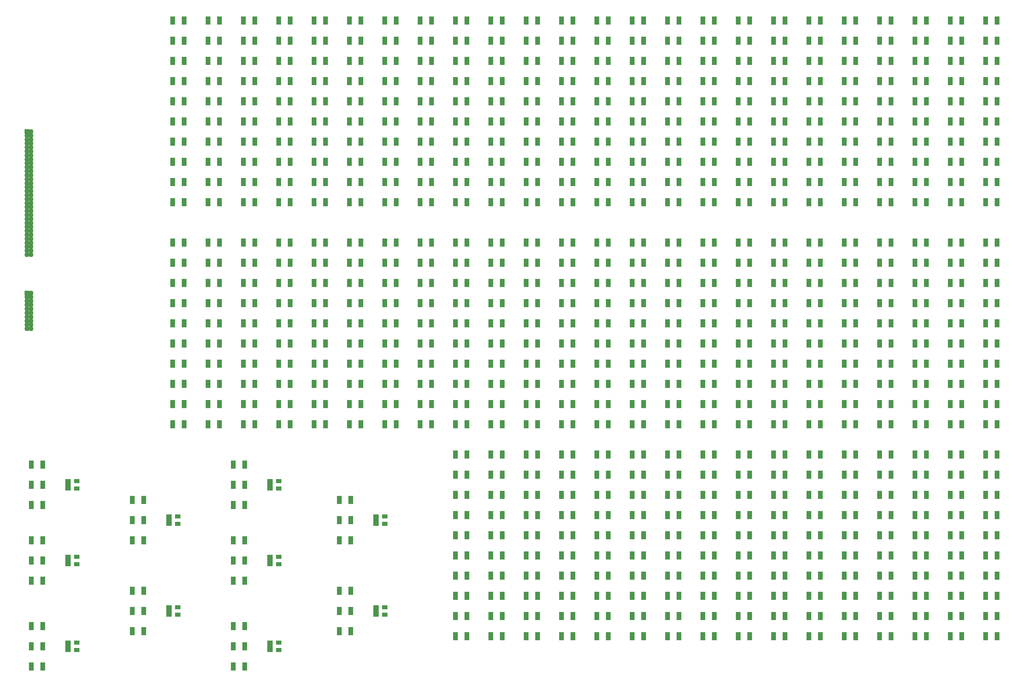
<source format=gbr>
G04 #@! TF.FileFunction,Soldermask,Top*
%FSLAX46Y46*%
G04 Gerber Fmt 4.6, Leading zero omitted, Abs format (unit mm)*
G04 Created by KiCad (PCBNEW 4.0.7) date 04/12/19 18:34:34*
%MOMM*%
%LPD*%
G01*
G04 APERTURE LIST*
%ADD10C,0.100000*%
%ADD11R,1.250000X1.250000*%
%ADD12O,1.250000X1.250000*%
%ADD13R,1.300000X2.100000*%
%ADD14R,1.460000X1.050000*%
G04 APERTURE END LIST*
D10*
D11*
X26670000Y-50800000D03*
D12*
X27670000Y-50800000D03*
X26670000Y-51800000D03*
X27670000Y-51800000D03*
X26670000Y-52800000D03*
X27670000Y-52800000D03*
X26670000Y-53800000D03*
X27670000Y-53800000D03*
X26670000Y-54800000D03*
X27670000Y-54800000D03*
X26670000Y-55800000D03*
X27670000Y-55800000D03*
X26670000Y-56800000D03*
X27670000Y-56800000D03*
X26670000Y-57800000D03*
X27670000Y-57800000D03*
X26670000Y-58800000D03*
X27670000Y-58800000D03*
X26670000Y-59800000D03*
X27670000Y-59800000D03*
X26670000Y-60800000D03*
X27670000Y-60800000D03*
X26670000Y-61800000D03*
X27670000Y-61800000D03*
X26670000Y-62800000D03*
X27670000Y-62800000D03*
X26670000Y-63800000D03*
X27670000Y-63800000D03*
X26670000Y-64800000D03*
X27670000Y-64800000D03*
X26670000Y-65800000D03*
X27670000Y-65800000D03*
X26670000Y-66800000D03*
X27670000Y-66800000D03*
X26670000Y-67800000D03*
X27670000Y-67800000D03*
X26670000Y-68800000D03*
X27670000Y-68800000D03*
X26670000Y-69800000D03*
X27670000Y-69800000D03*
X26670000Y-70800000D03*
X27670000Y-70800000D03*
X26670000Y-71800000D03*
X27670000Y-71800000D03*
X26670000Y-72800000D03*
X27670000Y-72800000D03*
X26670000Y-73800000D03*
X27670000Y-73800000D03*
X26670000Y-74800000D03*
X27670000Y-74800000D03*
X26670000Y-75800000D03*
X27670000Y-75800000D03*
X26670000Y-76800000D03*
X27670000Y-76800000D03*
X26670000Y-77800000D03*
X27670000Y-77800000D03*
X26670000Y-78800000D03*
X27670000Y-78800000D03*
X26670000Y-79800000D03*
X27670000Y-79800000D03*
X26670000Y-80800000D03*
X27670000Y-80800000D03*
X26670000Y-81800000D03*
X27670000Y-81800000D03*
D11*
X26670000Y-91440000D03*
D12*
X27670000Y-91440000D03*
X26670000Y-92440000D03*
X27670000Y-92440000D03*
X26670000Y-93440000D03*
X27670000Y-93440000D03*
X26670000Y-94440000D03*
X27670000Y-94440000D03*
X26670000Y-95440000D03*
X27670000Y-95440000D03*
X26670000Y-96440000D03*
X27670000Y-96440000D03*
X26670000Y-97440000D03*
X27670000Y-97440000D03*
X26670000Y-98440000D03*
X27670000Y-98440000D03*
X26670000Y-99440000D03*
X27670000Y-99440000D03*
X26670000Y-100440000D03*
X27670000Y-100440000D03*
D13*
X27760000Y-144780000D03*
X30660000Y-144780000D03*
X63320000Y-22860000D03*
X66220000Y-22860000D03*
X63320000Y-27940000D03*
X66220000Y-27940000D03*
X63320000Y-33020000D03*
X66220000Y-33020000D03*
X63320000Y-38100000D03*
X66220000Y-38100000D03*
X63320000Y-43180000D03*
X66220000Y-43180000D03*
X63320000Y-48260000D03*
X66220000Y-48260000D03*
X63320000Y-53340000D03*
X66220000Y-53340000D03*
X63320000Y-58420000D03*
X66220000Y-58420000D03*
X63320000Y-63500000D03*
X66220000Y-63500000D03*
X63320000Y-68580000D03*
X66220000Y-68580000D03*
X27760000Y-163830000D03*
X30660000Y-163830000D03*
X72210000Y-22860000D03*
X75110000Y-22860000D03*
X72210000Y-27940000D03*
X75110000Y-27940000D03*
X72210000Y-33020000D03*
X75110000Y-33020000D03*
X72210000Y-38100000D03*
X75110000Y-38100000D03*
X72210000Y-43180000D03*
X75110000Y-43180000D03*
X72210000Y-48260000D03*
X75110000Y-48260000D03*
X72210000Y-53340000D03*
X75110000Y-53340000D03*
X72210000Y-58420000D03*
X75110000Y-58420000D03*
X72210000Y-63500000D03*
X75110000Y-63500000D03*
X72210000Y-68580000D03*
X75110000Y-68580000D03*
X27760000Y-185420000D03*
X30660000Y-185420000D03*
X81100000Y-22860000D03*
X84000000Y-22860000D03*
X81100000Y-27940000D03*
X84000000Y-27940000D03*
X81100000Y-33020000D03*
X84000000Y-33020000D03*
X81100000Y-38100000D03*
X84000000Y-38100000D03*
X81100000Y-43180000D03*
X84000000Y-43180000D03*
X81100000Y-48260000D03*
X84000000Y-48260000D03*
X81100000Y-53340000D03*
X84000000Y-53340000D03*
X81100000Y-58420000D03*
X84000000Y-58420000D03*
X81100000Y-63500000D03*
X84000000Y-63500000D03*
X81100000Y-68580000D03*
X84000000Y-68580000D03*
X53160000Y-153670000D03*
X56060000Y-153670000D03*
X89990000Y-22860000D03*
X92890000Y-22860000D03*
X89990000Y-27940000D03*
X92890000Y-27940000D03*
X89990000Y-33020000D03*
X92890000Y-33020000D03*
X89990000Y-38100000D03*
X92890000Y-38100000D03*
X89990000Y-43180000D03*
X92890000Y-43180000D03*
X89990000Y-48260000D03*
X92890000Y-48260000D03*
X89990000Y-53340000D03*
X92890000Y-53340000D03*
X89990000Y-58420000D03*
X92890000Y-58420000D03*
X89990000Y-63500000D03*
X92890000Y-63500000D03*
X89990000Y-68580000D03*
X92890000Y-68580000D03*
X53160000Y-176530000D03*
X56060000Y-176530000D03*
X98880000Y-22860000D03*
X101780000Y-22860000D03*
X98880000Y-27940000D03*
X101780000Y-27940000D03*
X98880000Y-33020000D03*
X101780000Y-33020000D03*
X98880000Y-38100000D03*
X101780000Y-38100000D03*
X98880000Y-43180000D03*
X101780000Y-43180000D03*
X98880000Y-48260000D03*
X101780000Y-48260000D03*
X98880000Y-53340000D03*
X101780000Y-53340000D03*
X98880000Y-58420000D03*
X101780000Y-58420000D03*
X98880000Y-63500000D03*
X101780000Y-63500000D03*
X98880000Y-68580000D03*
X101780000Y-68580000D03*
X78560000Y-144780000D03*
X81460000Y-144780000D03*
X107770000Y-22860000D03*
X110670000Y-22860000D03*
X107770000Y-27940000D03*
X110670000Y-27940000D03*
X107770000Y-33020000D03*
X110670000Y-33020000D03*
X107770000Y-38100000D03*
X110670000Y-38100000D03*
X107770000Y-43180000D03*
X110670000Y-43180000D03*
X107770000Y-48260000D03*
X110670000Y-48260000D03*
X107770000Y-53340000D03*
X110670000Y-53340000D03*
X107770000Y-58420000D03*
X110670000Y-58420000D03*
X107770000Y-63500000D03*
X110670000Y-63500000D03*
X107770000Y-68580000D03*
X110670000Y-68580000D03*
X78560000Y-163830000D03*
X81460000Y-163830000D03*
X116660000Y-22860000D03*
X119560000Y-22860000D03*
X116660000Y-27940000D03*
X119560000Y-27940000D03*
X116660000Y-33020000D03*
X119560000Y-33020000D03*
X116660000Y-38100000D03*
X119560000Y-38100000D03*
X116660000Y-43180000D03*
X119560000Y-43180000D03*
X116660000Y-48260000D03*
X119560000Y-48260000D03*
X116660000Y-53340000D03*
X119560000Y-53340000D03*
X116660000Y-58420000D03*
X119560000Y-58420000D03*
X116660000Y-63500000D03*
X119560000Y-63500000D03*
X116660000Y-68580000D03*
X119560000Y-68580000D03*
X78560000Y-185420000D03*
X81460000Y-185420000D03*
X125550000Y-22860000D03*
X128450000Y-22860000D03*
X125550000Y-27940000D03*
X128450000Y-27940000D03*
X125550000Y-33020000D03*
X128450000Y-33020000D03*
X125550000Y-38100000D03*
X128450000Y-38100000D03*
X125550000Y-43180000D03*
X128450000Y-43180000D03*
X125550000Y-48260000D03*
X128450000Y-48260000D03*
X125550000Y-53340000D03*
X128450000Y-53340000D03*
X125550000Y-58420000D03*
X128450000Y-58420000D03*
X125550000Y-63500000D03*
X128450000Y-63500000D03*
X125550000Y-68580000D03*
X128450000Y-68580000D03*
X105230000Y-153670000D03*
X108130000Y-153670000D03*
X134440000Y-22860000D03*
X137340000Y-22860000D03*
X134440000Y-27940000D03*
X137340000Y-27940000D03*
X134440000Y-33020000D03*
X137340000Y-33020000D03*
X134440000Y-38100000D03*
X137340000Y-38100000D03*
X134440000Y-43180000D03*
X137340000Y-43180000D03*
X134440000Y-48260000D03*
X137340000Y-48260000D03*
X134440000Y-53340000D03*
X137340000Y-53340000D03*
X134440000Y-58420000D03*
X137340000Y-58420000D03*
X134440000Y-63500000D03*
X137340000Y-63500000D03*
X134440000Y-68580000D03*
X137340000Y-68580000D03*
X105230000Y-176530000D03*
X108130000Y-176530000D03*
X143330000Y-22860000D03*
X146230000Y-22860000D03*
X143330000Y-27940000D03*
X146230000Y-27940000D03*
X143330000Y-33020000D03*
X146230000Y-33020000D03*
X143330000Y-38100000D03*
X146230000Y-38100000D03*
X143330000Y-43180000D03*
X146230000Y-43180000D03*
X143330000Y-48260000D03*
X146230000Y-48260000D03*
X143330000Y-53340000D03*
X146230000Y-53340000D03*
X143330000Y-58420000D03*
X146230000Y-58420000D03*
X143330000Y-63500000D03*
X146230000Y-63500000D03*
X143330000Y-68580000D03*
X146230000Y-68580000D03*
X152220000Y-22860000D03*
X155120000Y-22860000D03*
X152220000Y-27940000D03*
X155120000Y-27940000D03*
X152220000Y-33020000D03*
X155120000Y-33020000D03*
X152220000Y-38100000D03*
X155120000Y-38100000D03*
X152220000Y-43180000D03*
X155120000Y-43180000D03*
X152220000Y-48260000D03*
X155120000Y-48260000D03*
X152220000Y-53340000D03*
X155120000Y-53340000D03*
X152220000Y-58420000D03*
X155120000Y-58420000D03*
X152220000Y-63500000D03*
X155120000Y-63500000D03*
X152220000Y-68580000D03*
X155120000Y-68580000D03*
X161110000Y-22860000D03*
X164010000Y-22860000D03*
X161110000Y-27940000D03*
X164010000Y-27940000D03*
X161110000Y-33020000D03*
X164010000Y-33020000D03*
X161110000Y-38100000D03*
X164010000Y-38100000D03*
X161110000Y-43180000D03*
X164010000Y-43180000D03*
X161110000Y-48260000D03*
X164010000Y-48260000D03*
X161110000Y-53340000D03*
X164010000Y-53340000D03*
X161110000Y-58420000D03*
X164010000Y-58420000D03*
X161110000Y-63500000D03*
X164010000Y-63500000D03*
X161110000Y-68580000D03*
X164010000Y-68580000D03*
X170000000Y-22860000D03*
X172900000Y-22860000D03*
X170000000Y-27940000D03*
X172900000Y-27940000D03*
X170000000Y-33020000D03*
X172900000Y-33020000D03*
X170000000Y-38100000D03*
X172900000Y-38100000D03*
X170000000Y-43180000D03*
X172900000Y-43180000D03*
X170000000Y-48260000D03*
X172900000Y-48260000D03*
X170000000Y-53340000D03*
X172900000Y-53340000D03*
X170000000Y-58420000D03*
X172900000Y-58420000D03*
X170000000Y-63500000D03*
X172900000Y-63500000D03*
X170000000Y-68580000D03*
X172900000Y-68580000D03*
X178890000Y-22860000D03*
X181790000Y-22860000D03*
X178890000Y-27940000D03*
X181790000Y-27940000D03*
X178890000Y-33020000D03*
X181790000Y-33020000D03*
X178890000Y-38100000D03*
X181790000Y-38100000D03*
X178890000Y-43180000D03*
X181790000Y-43180000D03*
X178890000Y-48260000D03*
X181790000Y-48260000D03*
X178890000Y-53340000D03*
X181790000Y-53340000D03*
X178890000Y-58420000D03*
X181790000Y-58420000D03*
X178890000Y-63500000D03*
X181790000Y-63500000D03*
X178890000Y-68580000D03*
X181790000Y-68580000D03*
X187780000Y-22860000D03*
X190680000Y-22860000D03*
X187780000Y-27940000D03*
X190680000Y-27940000D03*
X187780000Y-33020000D03*
X190680000Y-33020000D03*
X187780000Y-38100000D03*
X190680000Y-38100000D03*
X187780000Y-43180000D03*
X190680000Y-43180000D03*
X187780000Y-48260000D03*
X190680000Y-48260000D03*
X187780000Y-53340000D03*
X190680000Y-53340000D03*
X187780000Y-58420000D03*
X190680000Y-58420000D03*
X187780000Y-63500000D03*
X190680000Y-63500000D03*
X187780000Y-68580000D03*
X190680000Y-68580000D03*
X196670000Y-22860000D03*
X199570000Y-22860000D03*
X196670000Y-27940000D03*
X199570000Y-27940000D03*
X196670000Y-33020000D03*
X199570000Y-33020000D03*
X196670000Y-38100000D03*
X199570000Y-38100000D03*
X196670000Y-43180000D03*
X199570000Y-43180000D03*
X196670000Y-48260000D03*
X199570000Y-48260000D03*
X196670000Y-53340000D03*
X199570000Y-53340000D03*
X196670000Y-58420000D03*
X199570000Y-58420000D03*
X196670000Y-63500000D03*
X199570000Y-63500000D03*
X196670000Y-68580000D03*
X199570000Y-68580000D03*
X205560000Y-22860000D03*
X208460000Y-22860000D03*
X205560000Y-27940000D03*
X208460000Y-27940000D03*
X205560000Y-33020000D03*
X208460000Y-33020000D03*
X205560000Y-38100000D03*
X208460000Y-38100000D03*
X205560000Y-43180000D03*
X208460000Y-43180000D03*
X205560000Y-48260000D03*
X208460000Y-48260000D03*
X205560000Y-53340000D03*
X208460000Y-53340000D03*
X205560000Y-58420000D03*
X208460000Y-58420000D03*
X205560000Y-63500000D03*
X208460000Y-63500000D03*
X205560000Y-68580000D03*
X208460000Y-68580000D03*
X214450000Y-22860000D03*
X217350000Y-22860000D03*
X214450000Y-27940000D03*
X217350000Y-27940000D03*
X214450000Y-33020000D03*
X217350000Y-33020000D03*
X214450000Y-38100000D03*
X217350000Y-38100000D03*
X214450000Y-43180000D03*
X217350000Y-43180000D03*
X214450000Y-48260000D03*
X217350000Y-48260000D03*
X214450000Y-53340000D03*
X217350000Y-53340000D03*
X214450000Y-58420000D03*
X217350000Y-58420000D03*
X214450000Y-63500000D03*
X217350000Y-63500000D03*
X214450000Y-68580000D03*
X217350000Y-68580000D03*
X223340000Y-22860000D03*
X226240000Y-22860000D03*
X223340000Y-27940000D03*
X226240000Y-27940000D03*
X223340000Y-33020000D03*
X226240000Y-33020000D03*
X223340000Y-38100000D03*
X226240000Y-38100000D03*
X223340000Y-43180000D03*
X226240000Y-43180000D03*
X223340000Y-48260000D03*
X226240000Y-48260000D03*
X223340000Y-53340000D03*
X226240000Y-53340000D03*
X223340000Y-58420000D03*
X226240000Y-58420000D03*
X223340000Y-63500000D03*
X226240000Y-63500000D03*
X223340000Y-68580000D03*
X226240000Y-68580000D03*
X232230000Y-22860000D03*
X235130000Y-22860000D03*
X232230000Y-27940000D03*
X235130000Y-27940000D03*
X232230000Y-33020000D03*
X235130000Y-33020000D03*
X232230000Y-38100000D03*
X235130000Y-38100000D03*
X232230000Y-43180000D03*
X235130000Y-43180000D03*
X232230000Y-48260000D03*
X235130000Y-48260000D03*
X232230000Y-53340000D03*
X235130000Y-53340000D03*
X232230000Y-58420000D03*
X235130000Y-58420000D03*
X232230000Y-63500000D03*
X235130000Y-63500000D03*
X232230000Y-68580000D03*
X235130000Y-68580000D03*
X241120000Y-22860000D03*
X244020000Y-22860000D03*
X241120000Y-27940000D03*
X244020000Y-27940000D03*
X241120000Y-33020000D03*
X244020000Y-33020000D03*
X241120000Y-38100000D03*
X244020000Y-38100000D03*
X241120000Y-43180000D03*
X244020000Y-43180000D03*
X241120000Y-48260000D03*
X244020000Y-48260000D03*
X241120000Y-53340000D03*
X244020000Y-53340000D03*
X241120000Y-58420000D03*
X244020000Y-58420000D03*
X241120000Y-63500000D03*
X244020000Y-63500000D03*
X241120000Y-68580000D03*
X244020000Y-68580000D03*
X250010000Y-22860000D03*
X252910000Y-22860000D03*
X250010000Y-27940000D03*
X252910000Y-27940000D03*
X250010000Y-33020000D03*
X252910000Y-33020000D03*
X250010000Y-38100000D03*
X252910000Y-38100000D03*
X250010000Y-43180000D03*
X252910000Y-43180000D03*
X250010000Y-48260000D03*
X252910000Y-48260000D03*
X250010000Y-53340000D03*
X252910000Y-53340000D03*
X250010000Y-58420000D03*
X252910000Y-58420000D03*
X250010000Y-63500000D03*
X252910000Y-63500000D03*
X250010000Y-68580000D03*
X252910000Y-68580000D03*
X258900000Y-22860000D03*
X261800000Y-22860000D03*
X258900000Y-27940000D03*
X261800000Y-27940000D03*
X258900000Y-33020000D03*
X261800000Y-33020000D03*
X258900000Y-38100000D03*
X261800000Y-38100000D03*
X258900000Y-43180000D03*
X261800000Y-43180000D03*
X258900000Y-48260000D03*
X261800000Y-48260000D03*
X258900000Y-53340000D03*
X261800000Y-53340000D03*
X258900000Y-58420000D03*
X261800000Y-58420000D03*
X258900000Y-63500000D03*
X261800000Y-63500000D03*
X258900000Y-68580000D03*
X261800000Y-68580000D03*
X267790000Y-22860000D03*
X270690000Y-22860000D03*
X267790000Y-27940000D03*
X270690000Y-27940000D03*
X267790000Y-33020000D03*
X270690000Y-33020000D03*
X267790000Y-38100000D03*
X270690000Y-38100000D03*
X267790000Y-43180000D03*
X270690000Y-43180000D03*
X267790000Y-48260000D03*
X270690000Y-48260000D03*
X267790000Y-53340000D03*
X270690000Y-53340000D03*
X267790000Y-58420000D03*
X270690000Y-58420000D03*
X267790000Y-63500000D03*
X270690000Y-63500000D03*
X267790000Y-68580000D03*
X270690000Y-68580000D03*
X63320000Y-78740000D03*
X66220000Y-78740000D03*
X63320000Y-83820000D03*
X66220000Y-83820000D03*
X63320000Y-88900000D03*
X66220000Y-88900000D03*
X63320000Y-93980000D03*
X66220000Y-93980000D03*
X63320000Y-99060000D03*
X66220000Y-99060000D03*
X63320000Y-104140000D03*
X66220000Y-104140000D03*
X63320000Y-109220000D03*
X66220000Y-109220000D03*
X63320000Y-114300000D03*
X66220000Y-114300000D03*
X63320000Y-119380000D03*
X66220000Y-119380000D03*
X63320000Y-124460000D03*
X66220000Y-124460000D03*
X72210000Y-78740000D03*
X75110000Y-78740000D03*
X72210000Y-83820000D03*
X75110000Y-83820000D03*
X72210000Y-88900000D03*
X75110000Y-88900000D03*
X72210000Y-93980000D03*
X75110000Y-93980000D03*
X72210000Y-99060000D03*
X75110000Y-99060000D03*
X72210000Y-104140000D03*
X75110000Y-104140000D03*
X72210000Y-109220000D03*
X75110000Y-109220000D03*
X72210000Y-114300000D03*
X75110000Y-114300000D03*
X72210000Y-119380000D03*
X75110000Y-119380000D03*
X72210000Y-124460000D03*
X75110000Y-124460000D03*
X81100000Y-78740000D03*
X84000000Y-78740000D03*
X81100000Y-83820000D03*
X84000000Y-83820000D03*
X81100000Y-88900000D03*
X84000000Y-88900000D03*
X81100000Y-93980000D03*
X84000000Y-93980000D03*
X81100000Y-99060000D03*
X84000000Y-99060000D03*
X81100000Y-104140000D03*
X84000000Y-104140000D03*
X81100000Y-109220000D03*
X84000000Y-109220000D03*
X81100000Y-114300000D03*
X84000000Y-114300000D03*
X81100000Y-119380000D03*
X84000000Y-119380000D03*
X81100000Y-124460000D03*
X84000000Y-124460000D03*
X89990000Y-78740000D03*
X92890000Y-78740000D03*
X89990000Y-83820000D03*
X92890000Y-83820000D03*
X89990000Y-88900000D03*
X92890000Y-88900000D03*
X89990000Y-93980000D03*
X92890000Y-93980000D03*
X89990000Y-99060000D03*
X92890000Y-99060000D03*
X89990000Y-104140000D03*
X92890000Y-104140000D03*
X89990000Y-109220000D03*
X92890000Y-109220000D03*
X89990000Y-114300000D03*
X92890000Y-114300000D03*
X89990000Y-119380000D03*
X92890000Y-119380000D03*
X89990000Y-124460000D03*
X92890000Y-124460000D03*
X98880000Y-78740000D03*
X101780000Y-78740000D03*
X98880000Y-83820000D03*
X101780000Y-83820000D03*
X98880000Y-88900000D03*
X101780000Y-88900000D03*
X98880000Y-93980000D03*
X101780000Y-93980000D03*
X98880000Y-99060000D03*
X101780000Y-99060000D03*
X98880000Y-104140000D03*
X101780000Y-104140000D03*
X98880000Y-109220000D03*
X101780000Y-109220000D03*
X98880000Y-114300000D03*
X101780000Y-114300000D03*
X98880000Y-119380000D03*
X101780000Y-119380000D03*
X98880000Y-124460000D03*
X101780000Y-124460000D03*
X107770000Y-78740000D03*
X110670000Y-78740000D03*
X107770000Y-83820000D03*
X110670000Y-83820000D03*
X107770000Y-88900000D03*
X110670000Y-88900000D03*
X107770000Y-93980000D03*
X110670000Y-93980000D03*
X107770000Y-99060000D03*
X110670000Y-99060000D03*
X107770000Y-104140000D03*
X110670000Y-104140000D03*
X107770000Y-109220000D03*
X110670000Y-109220000D03*
X107770000Y-114300000D03*
X110670000Y-114300000D03*
X107770000Y-119380000D03*
X110670000Y-119380000D03*
X107770000Y-124460000D03*
X110670000Y-124460000D03*
X116660000Y-78740000D03*
X119560000Y-78740000D03*
X116660000Y-83820000D03*
X119560000Y-83820000D03*
X116660000Y-88900000D03*
X119560000Y-88900000D03*
X116660000Y-93980000D03*
X119560000Y-93980000D03*
X116660000Y-99060000D03*
X119560000Y-99060000D03*
X116660000Y-104140000D03*
X119560000Y-104140000D03*
X116660000Y-109220000D03*
X119560000Y-109220000D03*
X116660000Y-114300000D03*
X119560000Y-114300000D03*
X116660000Y-119380000D03*
X119560000Y-119380000D03*
X116660000Y-124460000D03*
X119560000Y-124460000D03*
X125550000Y-78740000D03*
X128450000Y-78740000D03*
X125550000Y-83820000D03*
X128450000Y-83820000D03*
X125550000Y-88900000D03*
X128450000Y-88900000D03*
X125550000Y-93980000D03*
X128450000Y-93980000D03*
X125550000Y-99060000D03*
X128450000Y-99060000D03*
X125550000Y-104140000D03*
X128450000Y-104140000D03*
X125550000Y-109220000D03*
X128450000Y-109220000D03*
X125550000Y-114300000D03*
X128450000Y-114300000D03*
X125550000Y-119380000D03*
X128450000Y-119380000D03*
X125550000Y-124460000D03*
X128450000Y-124460000D03*
X134440000Y-78740000D03*
X137340000Y-78740000D03*
X134440000Y-83820000D03*
X137340000Y-83820000D03*
X134440000Y-88900000D03*
X137340000Y-88900000D03*
X134440000Y-93980000D03*
X137340000Y-93980000D03*
X134440000Y-99060000D03*
X137340000Y-99060000D03*
X134440000Y-104140000D03*
X137340000Y-104140000D03*
X134440000Y-109220000D03*
X137340000Y-109220000D03*
X134440000Y-114300000D03*
X137340000Y-114300000D03*
X134440000Y-119380000D03*
X137340000Y-119380000D03*
X134440000Y-124460000D03*
X137340000Y-124460000D03*
X143330000Y-78740000D03*
X146230000Y-78740000D03*
X143330000Y-83820000D03*
X146230000Y-83820000D03*
X143330000Y-88900000D03*
X146230000Y-88900000D03*
X143330000Y-93980000D03*
X146230000Y-93980000D03*
X143330000Y-99060000D03*
X146230000Y-99060000D03*
X143330000Y-104140000D03*
X146230000Y-104140000D03*
X143330000Y-109220000D03*
X146230000Y-109220000D03*
X143330000Y-114300000D03*
X146230000Y-114300000D03*
X143330000Y-119380000D03*
X146230000Y-119380000D03*
X143330000Y-124460000D03*
X146230000Y-124460000D03*
X152220000Y-78740000D03*
X155120000Y-78740000D03*
X152220000Y-83820000D03*
X155120000Y-83820000D03*
X152220000Y-88900000D03*
X155120000Y-88900000D03*
X152220000Y-93980000D03*
X155120000Y-93980000D03*
X152220000Y-99060000D03*
X155120000Y-99060000D03*
X152220000Y-104140000D03*
X155120000Y-104140000D03*
X152220000Y-109220000D03*
X155120000Y-109220000D03*
X152220000Y-114300000D03*
X155120000Y-114300000D03*
X152220000Y-119380000D03*
X155120000Y-119380000D03*
X152220000Y-124460000D03*
X155120000Y-124460000D03*
X161110000Y-78740000D03*
X164010000Y-78740000D03*
X161110000Y-83820000D03*
X164010000Y-83820000D03*
X161110000Y-88900000D03*
X164010000Y-88900000D03*
X161110000Y-93980000D03*
X164010000Y-93980000D03*
X161110000Y-99060000D03*
X164010000Y-99060000D03*
X161110000Y-104140000D03*
X164010000Y-104140000D03*
X161110000Y-109220000D03*
X164010000Y-109220000D03*
X161110000Y-114300000D03*
X164010000Y-114300000D03*
X161110000Y-119380000D03*
X164010000Y-119380000D03*
X161110000Y-124460000D03*
X164010000Y-124460000D03*
X170000000Y-78740000D03*
X172900000Y-78740000D03*
X170000000Y-83820000D03*
X172900000Y-83820000D03*
X170000000Y-88900000D03*
X172900000Y-88900000D03*
X170000000Y-93980000D03*
X172900000Y-93980000D03*
X170000000Y-99060000D03*
X172900000Y-99060000D03*
X170000000Y-104140000D03*
X172900000Y-104140000D03*
X170000000Y-109220000D03*
X172900000Y-109220000D03*
X170000000Y-114300000D03*
X172900000Y-114300000D03*
X170000000Y-119380000D03*
X172900000Y-119380000D03*
X170000000Y-124460000D03*
X172900000Y-124460000D03*
X178890000Y-78740000D03*
X181790000Y-78740000D03*
X178890000Y-83820000D03*
X181790000Y-83820000D03*
X178890000Y-88900000D03*
X181790000Y-88900000D03*
X178890000Y-93980000D03*
X181790000Y-93980000D03*
X178890000Y-99060000D03*
X181790000Y-99060000D03*
X178890000Y-104140000D03*
X181790000Y-104140000D03*
X178890000Y-109220000D03*
X181790000Y-109220000D03*
X178890000Y-114300000D03*
X181790000Y-114300000D03*
X178890000Y-119380000D03*
X181790000Y-119380000D03*
X178890000Y-124460000D03*
X181790000Y-124460000D03*
X187780000Y-78740000D03*
X190680000Y-78740000D03*
X187780000Y-83820000D03*
X190680000Y-83820000D03*
X187780000Y-88900000D03*
X190680000Y-88900000D03*
X187780000Y-93980000D03*
X190680000Y-93980000D03*
X187780000Y-99060000D03*
X190680000Y-99060000D03*
X187780000Y-104140000D03*
X190680000Y-104140000D03*
X187780000Y-109220000D03*
X190680000Y-109220000D03*
X187780000Y-114300000D03*
X190680000Y-114300000D03*
X187780000Y-119380000D03*
X190680000Y-119380000D03*
X187780000Y-124460000D03*
X190680000Y-124460000D03*
X196670000Y-78740000D03*
X199570000Y-78740000D03*
X196670000Y-83820000D03*
X199570000Y-83820000D03*
X196670000Y-88900000D03*
X199570000Y-88900000D03*
X196670000Y-93980000D03*
X199570000Y-93980000D03*
X196670000Y-99060000D03*
X199570000Y-99060000D03*
X196670000Y-104140000D03*
X199570000Y-104140000D03*
X196670000Y-109220000D03*
X199570000Y-109220000D03*
X196670000Y-114300000D03*
X199570000Y-114300000D03*
X196670000Y-119380000D03*
X199570000Y-119380000D03*
X196670000Y-124460000D03*
X199570000Y-124460000D03*
X205560000Y-78740000D03*
X208460000Y-78740000D03*
X205560000Y-83820000D03*
X208460000Y-83820000D03*
X205560000Y-88900000D03*
X208460000Y-88900000D03*
X205560000Y-93980000D03*
X208460000Y-93980000D03*
X205560000Y-99060000D03*
X208460000Y-99060000D03*
X205560000Y-104140000D03*
X208460000Y-104140000D03*
X205560000Y-109220000D03*
X208460000Y-109220000D03*
X205560000Y-114300000D03*
X208460000Y-114300000D03*
X205560000Y-119380000D03*
X208460000Y-119380000D03*
X205560000Y-124460000D03*
X208460000Y-124460000D03*
X214450000Y-78740000D03*
X217350000Y-78740000D03*
X214450000Y-83820000D03*
X217350000Y-83820000D03*
X214450000Y-88900000D03*
X217350000Y-88900000D03*
X214450000Y-93980000D03*
X217350000Y-93980000D03*
X214450000Y-99060000D03*
X217350000Y-99060000D03*
X214450000Y-104140000D03*
X217350000Y-104140000D03*
X214450000Y-109220000D03*
X217350000Y-109220000D03*
X214450000Y-114300000D03*
X217350000Y-114300000D03*
X214450000Y-119380000D03*
X217350000Y-119380000D03*
X214450000Y-124460000D03*
X217350000Y-124460000D03*
X223340000Y-78740000D03*
X226240000Y-78740000D03*
X223340000Y-83820000D03*
X226240000Y-83820000D03*
X223340000Y-88900000D03*
X226240000Y-88900000D03*
X223340000Y-93980000D03*
X226240000Y-93980000D03*
X223340000Y-99060000D03*
X226240000Y-99060000D03*
X223340000Y-104140000D03*
X226240000Y-104140000D03*
X223340000Y-109220000D03*
X226240000Y-109220000D03*
X223340000Y-114300000D03*
X226240000Y-114300000D03*
X223340000Y-119380000D03*
X226240000Y-119380000D03*
X223340000Y-124460000D03*
X226240000Y-124460000D03*
X232230000Y-78740000D03*
X235130000Y-78740000D03*
X232230000Y-83820000D03*
X235130000Y-83820000D03*
X232230000Y-88900000D03*
X235130000Y-88900000D03*
X232230000Y-93980000D03*
X235130000Y-93980000D03*
X232230000Y-99060000D03*
X235130000Y-99060000D03*
X232230000Y-104140000D03*
X235130000Y-104140000D03*
X232230000Y-109220000D03*
X235130000Y-109220000D03*
X232230000Y-114300000D03*
X235130000Y-114300000D03*
X232230000Y-119380000D03*
X235130000Y-119380000D03*
X232230000Y-124460000D03*
X235130000Y-124460000D03*
X241120000Y-78740000D03*
X244020000Y-78740000D03*
X241120000Y-83820000D03*
X244020000Y-83820000D03*
X241120000Y-88900000D03*
X244020000Y-88900000D03*
X241120000Y-93980000D03*
X244020000Y-93980000D03*
X241120000Y-99060000D03*
X244020000Y-99060000D03*
X241120000Y-104140000D03*
X244020000Y-104140000D03*
X241120000Y-109220000D03*
X244020000Y-109220000D03*
X241120000Y-114300000D03*
X244020000Y-114300000D03*
X241120000Y-119380000D03*
X244020000Y-119380000D03*
X241120000Y-124460000D03*
X244020000Y-124460000D03*
X250010000Y-78740000D03*
X252910000Y-78740000D03*
X250010000Y-83820000D03*
X252910000Y-83820000D03*
X250010000Y-88900000D03*
X252910000Y-88900000D03*
X250010000Y-93980000D03*
X252910000Y-93980000D03*
X250010000Y-99060000D03*
X252910000Y-99060000D03*
X250010000Y-104140000D03*
X252910000Y-104140000D03*
X250010000Y-109220000D03*
X252910000Y-109220000D03*
X250010000Y-114300000D03*
X252910000Y-114300000D03*
X250010000Y-119380000D03*
X252910000Y-119380000D03*
X250010000Y-124460000D03*
X252910000Y-124460000D03*
X258900000Y-78740000D03*
X261800000Y-78740000D03*
X258900000Y-83820000D03*
X261800000Y-83820000D03*
X258900000Y-88900000D03*
X261800000Y-88900000D03*
X258900000Y-93980000D03*
X261800000Y-93980000D03*
X258900000Y-99060000D03*
X261800000Y-99060000D03*
X258900000Y-104140000D03*
X261800000Y-104140000D03*
X258900000Y-109220000D03*
X261800000Y-109220000D03*
X258900000Y-114300000D03*
X261800000Y-114300000D03*
X258900000Y-119380000D03*
X261800000Y-119380000D03*
X258900000Y-124460000D03*
X261800000Y-124460000D03*
X267790000Y-78740000D03*
X270690000Y-78740000D03*
X267790000Y-83820000D03*
X270690000Y-83820000D03*
X267790000Y-88900000D03*
X270690000Y-88900000D03*
X267790000Y-93980000D03*
X270690000Y-93980000D03*
X267790000Y-99060000D03*
X270690000Y-99060000D03*
X267790000Y-104140000D03*
X270690000Y-104140000D03*
X267790000Y-109220000D03*
X270690000Y-109220000D03*
X267790000Y-114300000D03*
X270690000Y-114300000D03*
X267790000Y-119380000D03*
X270690000Y-119380000D03*
X267790000Y-124460000D03*
X270690000Y-124460000D03*
X134440000Y-132080000D03*
X137340000Y-132080000D03*
X134440000Y-137160000D03*
X137340000Y-137160000D03*
X134440000Y-142240000D03*
X137340000Y-142240000D03*
X134440000Y-147320000D03*
X137340000Y-147320000D03*
X134440000Y-152400000D03*
X137340000Y-152400000D03*
X134440000Y-157480000D03*
X137340000Y-157480000D03*
X134440000Y-162560000D03*
X137340000Y-162560000D03*
X134440000Y-167640000D03*
X137340000Y-167640000D03*
X134440000Y-172720000D03*
X137340000Y-172720000D03*
X134440000Y-177800000D03*
X137340000Y-177800000D03*
X143330000Y-132080000D03*
X146230000Y-132080000D03*
X143330000Y-137160000D03*
X146230000Y-137160000D03*
X143330000Y-142240000D03*
X146230000Y-142240000D03*
X143330000Y-147320000D03*
X146230000Y-147320000D03*
X143330000Y-152400000D03*
X146230000Y-152400000D03*
X143330000Y-157480000D03*
X146230000Y-157480000D03*
X143330000Y-162560000D03*
X146230000Y-162560000D03*
X143330000Y-167640000D03*
X146230000Y-167640000D03*
X143330000Y-172720000D03*
X146230000Y-172720000D03*
X143330000Y-177800000D03*
X146230000Y-177800000D03*
X152220000Y-132080000D03*
X155120000Y-132080000D03*
X152220000Y-137160000D03*
X155120000Y-137160000D03*
X152220000Y-142240000D03*
X155120000Y-142240000D03*
X152220000Y-147320000D03*
X155120000Y-147320000D03*
X152220000Y-152400000D03*
X155120000Y-152400000D03*
X152220000Y-157480000D03*
X155120000Y-157480000D03*
X152220000Y-162560000D03*
X155120000Y-162560000D03*
X152220000Y-167640000D03*
X155120000Y-167640000D03*
X152220000Y-172720000D03*
X155120000Y-172720000D03*
X152220000Y-177800000D03*
X155120000Y-177800000D03*
X161110000Y-132080000D03*
X164010000Y-132080000D03*
X161110000Y-137160000D03*
X164010000Y-137160000D03*
X161110000Y-142240000D03*
X164010000Y-142240000D03*
X161110000Y-147320000D03*
X164010000Y-147320000D03*
X161110000Y-152400000D03*
X164010000Y-152400000D03*
X161110000Y-157480000D03*
X164010000Y-157480000D03*
X161110000Y-162560000D03*
X164010000Y-162560000D03*
X161110000Y-167640000D03*
X164010000Y-167640000D03*
X161110000Y-172720000D03*
X164010000Y-172720000D03*
X161110000Y-177800000D03*
X164010000Y-177800000D03*
X170000000Y-132080000D03*
X172900000Y-132080000D03*
X170000000Y-137160000D03*
X172900000Y-137160000D03*
X170000000Y-142240000D03*
X172900000Y-142240000D03*
X170000000Y-147320000D03*
X172900000Y-147320000D03*
X170000000Y-152400000D03*
X172900000Y-152400000D03*
X170000000Y-157480000D03*
X172900000Y-157480000D03*
X170000000Y-162560000D03*
X172900000Y-162560000D03*
X170000000Y-167640000D03*
X172900000Y-167640000D03*
X170000000Y-172720000D03*
X172900000Y-172720000D03*
X170000000Y-177800000D03*
X172900000Y-177800000D03*
X178890000Y-132080000D03*
X181790000Y-132080000D03*
X178890000Y-137160000D03*
X181790000Y-137160000D03*
X178890000Y-142240000D03*
X181790000Y-142240000D03*
X178890000Y-147320000D03*
X181790000Y-147320000D03*
X178890000Y-152400000D03*
X181790000Y-152400000D03*
X178890000Y-157480000D03*
X181790000Y-157480000D03*
X178890000Y-162560000D03*
X181790000Y-162560000D03*
X178890000Y-167640000D03*
X181790000Y-167640000D03*
X178890000Y-172720000D03*
X181790000Y-172720000D03*
X178890000Y-177800000D03*
X181790000Y-177800000D03*
X187780000Y-132080000D03*
X190680000Y-132080000D03*
X187780000Y-137160000D03*
X190680000Y-137160000D03*
X187780000Y-142240000D03*
X190680000Y-142240000D03*
X187780000Y-147320000D03*
X190680000Y-147320000D03*
X187780000Y-152400000D03*
X190680000Y-152400000D03*
X187780000Y-157480000D03*
X190680000Y-157480000D03*
X187780000Y-162560000D03*
X190680000Y-162560000D03*
X187780000Y-167640000D03*
X190680000Y-167640000D03*
X187780000Y-172720000D03*
X190680000Y-172720000D03*
X187780000Y-177800000D03*
X190680000Y-177800000D03*
X196670000Y-132080000D03*
X199570000Y-132080000D03*
X196670000Y-137160000D03*
X199570000Y-137160000D03*
X196670000Y-142240000D03*
X199570000Y-142240000D03*
X196670000Y-147320000D03*
X199570000Y-147320000D03*
X196670000Y-152400000D03*
X199570000Y-152400000D03*
X196670000Y-157480000D03*
X199570000Y-157480000D03*
X196670000Y-162560000D03*
X199570000Y-162560000D03*
X196670000Y-167640000D03*
X199570000Y-167640000D03*
X196670000Y-172720000D03*
X199570000Y-172720000D03*
X196670000Y-177800000D03*
X199570000Y-177800000D03*
X205560000Y-132080000D03*
X208460000Y-132080000D03*
X205560000Y-137160000D03*
X208460000Y-137160000D03*
X205560000Y-142240000D03*
X208460000Y-142240000D03*
X205560000Y-147320000D03*
X208460000Y-147320000D03*
X205560000Y-152400000D03*
X208460000Y-152400000D03*
X205560000Y-157480000D03*
X208460000Y-157480000D03*
X205560000Y-162560000D03*
X208460000Y-162560000D03*
X205560000Y-167640000D03*
X208460000Y-167640000D03*
X205560000Y-172720000D03*
X208460000Y-172720000D03*
X205560000Y-177800000D03*
X208460000Y-177800000D03*
X214450000Y-132080000D03*
X217350000Y-132080000D03*
X214450000Y-137160000D03*
X217350000Y-137160000D03*
X214450000Y-142240000D03*
X217350000Y-142240000D03*
X214450000Y-147320000D03*
X217350000Y-147320000D03*
X214450000Y-152400000D03*
X217350000Y-152400000D03*
X214450000Y-157480000D03*
X217350000Y-157480000D03*
X214450000Y-162560000D03*
X217350000Y-162560000D03*
X214450000Y-167640000D03*
X217350000Y-167640000D03*
X214450000Y-172720000D03*
X217350000Y-172720000D03*
X214450000Y-177800000D03*
X217350000Y-177800000D03*
X223340000Y-132080000D03*
X226240000Y-132080000D03*
X223340000Y-137160000D03*
X226240000Y-137160000D03*
X223340000Y-142240000D03*
X226240000Y-142240000D03*
X223340000Y-147320000D03*
X226240000Y-147320000D03*
X223340000Y-152400000D03*
X226240000Y-152400000D03*
X223340000Y-157480000D03*
X226240000Y-157480000D03*
X223340000Y-162560000D03*
X226240000Y-162560000D03*
X223340000Y-167640000D03*
X226240000Y-167640000D03*
X223340000Y-172720000D03*
X226240000Y-172720000D03*
X223340000Y-177800000D03*
X226240000Y-177800000D03*
X232230000Y-132080000D03*
X235130000Y-132080000D03*
X232230000Y-137160000D03*
X235130000Y-137160000D03*
X232230000Y-142240000D03*
X235130000Y-142240000D03*
X232230000Y-147320000D03*
X235130000Y-147320000D03*
X232230000Y-152400000D03*
X235130000Y-152400000D03*
X232230000Y-157480000D03*
X235130000Y-157480000D03*
X232230000Y-162560000D03*
X235130000Y-162560000D03*
X232230000Y-167640000D03*
X235130000Y-167640000D03*
X232230000Y-172720000D03*
X235130000Y-172720000D03*
X232230000Y-177800000D03*
X235130000Y-177800000D03*
X241120000Y-132080000D03*
X244020000Y-132080000D03*
X241120000Y-137160000D03*
X244020000Y-137160000D03*
X241120000Y-142240000D03*
X244020000Y-142240000D03*
X241120000Y-147320000D03*
X244020000Y-147320000D03*
X241120000Y-152400000D03*
X244020000Y-152400000D03*
X241120000Y-157480000D03*
X244020000Y-157480000D03*
X241120000Y-162560000D03*
X244020000Y-162560000D03*
X241120000Y-167640000D03*
X244020000Y-167640000D03*
X241120000Y-172720000D03*
X244020000Y-172720000D03*
X241120000Y-177800000D03*
X244020000Y-177800000D03*
X250010000Y-132080000D03*
X252910000Y-132080000D03*
X250010000Y-137160000D03*
X252910000Y-137160000D03*
X250010000Y-142240000D03*
X252910000Y-142240000D03*
X250010000Y-147320000D03*
X252910000Y-147320000D03*
X250010000Y-152400000D03*
X252910000Y-152400000D03*
X250010000Y-157480000D03*
X252910000Y-157480000D03*
X250010000Y-162560000D03*
X252910000Y-162560000D03*
X250010000Y-167640000D03*
X252910000Y-167640000D03*
X250010000Y-172720000D03*
X252910000Y-172720000D03*
X250010000Y-177800000D03*
X252910000Y-177800000D03*
X258900000Y-132080000D03*
X261800000Y-132080000D03*
X258900000Y-137160000D03*
X261800000Y-137160000D03*
X258900000Y-142240000D03*
X261800000Y-142240000D03*
X258900000Y-147320000D03*
X261800000Y-147320000D03*
X258900000Y-152400000D03*
X261800000Y-152400000D03*
X258900000Y-157480000D03*
X261800000Y-157480000D03*
X258900000Y-162560000D03*
X261800000Y-162560000D03*
X258900000Y-167640000D03*
X261800000Y-167640000D03*
X258900000Y-172720000D03*
X261800000Y-172720000D03*
X258900000Y-177800000D03*
X261800000Y-177800000D03*
X267790000Y-132080000D03*
X270690000Y-132080000D03*
X267790000Y-137160000D03*
X270690000Y-137160000D03*
X267790000Y-142240000D03*
X270690000Y-142240000D03*
X267790000Y-147320000D03*
X270690000Y-147320000D03*
X267790000Y-152400000D03*
X270690000Y-152400000D03*
X267790000Y-157480000D03*
X270690000Y-157480000D03*
X267790000Y-162560000D03*
X270690000Y-162560000D03*
X267790000Y-167640000D03*
X270690000Y-167640000D03*
X267790000Y-172720000D03*
X270690000Y-172720000D03*
X267790000Y-177800000D03*
X270690000Y-177800000D03*
D14*
X37000000Y-138750000D03*
X37000000Y-139700000D03*
X37000000Y-140650000D03*
X39200000Y-140650000D03*
X39200000Y-138750000D03*
X37000000Y-157800000D03*
X37000000Y-158750000D03*
X37000000Y-159700000D03*
X39200000Y-159700000D03*
X39200000Y-157800000D03*
X37000000Y-179390000D03*
X37000000Y-180340000D03*
X37000000Y-181290000D03*
X39200000Y-181290000D03*
X39200000Y-179390000D03*
X62400000Y-147640000D03*
X62400000Y-148590000D03*
X62400000Y-149540000D03*
X64600000Y-149540000D03*
X64600000Y-147640000D03*
X62400000Y-170500000D03*
X62400000Y-171450000D03*
X62400000Y-172400000D03*
X64600000Y-172400000D03*
X64600000Y-170500000D03*
X87800000Y-138750000D03*
X87800000Y-139700000D03*
X87800000Y-140650000D03*
X90000000Y-140650000D03*
X90000000Y-138750000D03*
X87800000Y-157800000D03*
X87800000Y-158750000D03*
X87800000Y-159700000D03*
X90000000Y-159700000D03*
X90000000Y-157800000D03*
X87800000Y-179390000D03*
X87800000Y-180340000D03*
X87800000Y-181290000D03*
X90000000Y-181290000D03*
X90000000Y-179390000D03*
X114470000Y-147640000D03*
X114470000Y-148590000D03*
X114470000Y-149540000D03*
X116670000Y-149540000D03*
X116670000Y-147640000D03*
X114470000Y-170500000D03*
X114470000Y-171450000D03*
X114470000Y-172400000D03*
X116670000Y-172400000D03*
X116670000Y-170500000D03*
D13*
X27760000Y-139700000D03*
X30660000Y-139700000D03*
X27760000Y-134620000D03*
X30660000Y-134620000D03*
X27760000Y-158750000D03*
X30660000Y-158750000D03*
X27760000Y-153670000D03*
X30660000Y-153670000D03*
X27760000Y-180340000D03*
X30660000Y-180340000D03*
X27760000Y-175260000D03*
X30660000Y-175260000D03*
X53160000Y-148590000D03*
X56060000Y-148590000D03*
X53160000Y-143510000D03*
X56060000Y-143510000D03*
X53160000Y-171450000D03*
X56060000Y-171450000D03*
X53160000Y-166370000D03*
X56060000Y-166370000D03*
X78560000Y-139700000D03*
X81460000Y-139700000D03*
X78560000Y-134620000D03*
X81460000Y-134620000D03*
X78560000Y-158750000D03*
X81460000Y-158750000D03*
X78560000Y-153670000D03*
X81460000Y-153670000D03*
X78560000Y-180340000D03*
X81460000Y-180340000D03*
X78560000Y-175260000D03*
X81460000Y-175260000D03*
X105230000Y-148590000D03*
X108130000Y-148590000D03*
X105230000Y-143510000D03*
X108130000Y-143510000D03*
X105230000Y-171450000D03*
X108130000Y-171450000D03*
X105230000Y-166370000D03*
X108130000Y-166370000D03*
M02*

</source>
